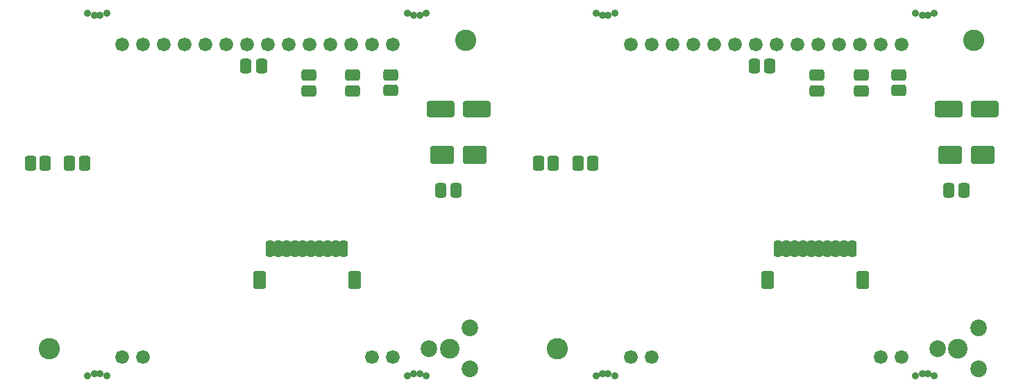
<source format=gts>
G04 #@! TF.GenerationSoftware,KiCad,Pcbnew,7.0.10*
G04 #@! TF.CreationDate,2024-03-22T18:32:09+01:00*
G04 #@! TF.ProjectId,dogs102,646f6773-3130-4322-9e6b-696361645f70,rev?*
G04 #@! TF.SameCoordinates,Original*
G04 #@! TF.FileFunction,Soldermask,Top*
G04 #@! TF.FilePolarity,Negative*
%FSLAX46Y46*%
G04 Gerber Fmt 4.6, Leading zero omitted, Abs format (unit mm)*
G04 Created by KiCad (PCBNEW 7.0.10) date 2024-03-22 18:32:09*
%MOMM*%
%LPD*%
G01*
G04 APERTURE LIST*
G04 Aperture macros list*
%AMRoundRect*
0 Rectangle with rounded corners*
0 $1 Rounding radius*
0 $2 $3 $4 $5 $6 $7 $8 $9 X,Y pos of 4 corners*
0 Add a 4 corners polygon primitive as box body*
4,1,4,$2,$3,$4,$5,$6,$7,$8,$9,$2,$3,0*
0 Add four circle primitives for the rounded corners*
1,1,$1+$1,$2,$3*
1,1,$1+$1,$4,$5*
1,1,$1+$1,$6,$7*
1,1,$1+$1,$8,$9*
0 Add four rect primitives between the rounded corners*
20,1,$1+$1,$2,$3,$4,$5,0*
20,1,$1+$1,$4,$5,$6,$7,0*
20,1,$1+$1,$6,$7,$8,$9,0*
20,1,$1+$1,$8,$9,$2,$3,0*%
G04 Aperture macros list end*
%ADD10C,0.900000*%
%ADD11RoundRect,0.250000X-0.250000X-0.725000X0.250000X-0.725000X0.250000X0.725000X-0.250000X0.725000X0*%
%ADD12RoundRect,0.333333X-0.466667X-0.766667X0.466667X-0.766667X0.466667X0.766667X-0.466667X0.766667X0*%
%ADD13RoundRect,0.347561X-0.364939X-0.552439X0.364939X-0.552439X0.364939X0.552439X-0.364939X0.552439X0*%
%ADD14C,2.600000*%
%ADD15C,2.400000*%
%ADD16C,2.020000*%
%ADD17C,1.680000*%
%ADD18RoundRect,0.305556X-1.144444X-0.794444X1.144444X-0.794444X1.144444X0.794444X-1.144444X0.794444X0*%
%ADD19RoundRect,0.343750X-0.343750X-0.556250X0.343750X-0.556250X0.343750X0.556250X-0.343750X0.556250X0*%
%ADD20RoundRect,0.312500X-1.387500X-0.687500X1.387500X-0.687500X1.387500X0.687500X-1.387500X0.687500X0*%
%ADD21RoundRect,0.343750X0.343750X0.556250X-0.343750X0.556250X-0.343750X-0.556250X0.343750X-0.556250X0*%
%ADD22RoundRect,0.350000X0.575000X-0.350000X0.575000X0.350000X-0.575000X0.350000X-0.575000X-0.350000X0*%
G04 APERTURE END LIST*
D10*
X190660000Y-126750000D03*
X189860000Y-126500000D03*
X189160000Y-126500000D03*
X188360000Y-126750000D03*
D11*
X210610000Y-111200000D03*
X211610000Y-111200000D03*
X212610000Y-111200000D03*
X213610000Y-111200000D03*
X214610000Y-111200000D03*
X215610000Y-111200000D03*
X216610000Y-111200000D03*
X217610000Y-111200000D03*
X218610000Y-111200000D03*
X219610000Y-111200000D03*
D12*
X209310000Y-115075000D03*
X220910000Y-115075000D03*
D13*
X181347500Y-100850000D03*
X183172500Y-100850000D03*
D10*
X229660000Y-126750000D03*
X228860000Y-126500000D03*
X228160000Y-126500000D03*
X227360000Y-126750000D03*
X188360000Y-82500000D03*
X189160000Y-82750000D03*
X189860000Y-82750000D03*
X190660000Y-82500000D03*
X227360000Y-82500000D03*
X228160000Y-82750000D03*
X228860000Y-82750000D03*
X229660000Y-82500000D03*
D14*
X234460000Y-85850000D03*
D15*
X232510000Y-123400000D03*
D16*
X235010000Y-120900000D03*
X230010000Y-123400000D03*
X235010000Y-125900000D03*
D13*
X186147500Y-100850000D03*
X187972500Y-100850000D03*
D14*
X183660000Y-123450000D03*
D17*
X192590000Y-124460000D03*
X195130000Y-124460000D03*
X223070000Y-124460000D03*
X225610000Y-124460000D03*
X225610000Y-86360000D03*
X223070000Y-86360000D03*
X220530000Y-86360000D03*
X217990000Y-86360000D03*
X215450000Y-86360000D03*
X212910000Y-86360000D03*
X210370000Y-86360000D03*
X207830000Y-86360000D03*
X205290000Y-86360000D03*
X202750000Y-86360000D03*
X200210000Y-86360000D03*
X197670000Y-86360000D03*
X195130000Y-86360000D03*
X192590000Y-86360000D03*
D18*
X231568000Y-99822000D03*
X235568000Y-99822000D03*
D19*
X231418000Y-104140000D03*
X233293000Y-104140000D03*
D20*
X231418000Y-94234000D03*
X235818000Y-94234000D03*
D21*
X209547500Y-89000000D03*
X207672500Y-89000000D03*
D22*
X215310000Y-91987500D03*
X215310000Y-90087500D03*
X225310000Y-91950000D03*
X225310000Y-90050000D03*
X220710000Y-91987500D03*
X220710000Y-90087500D03*
X158710000Y-91987500D03*
X158710000Y-90087500D03*
X163310000Y-91950000D03*
X163310000Y-90050000D03*
X153310000Y-91987500D03*
X153310000Y-90087500D03*
D21*
X147547500Y-89000000D03*
X145672500Y-89000000D03*
D20*
X169418000Y-94234000D03*
X173818000Y-94234000D03*
D19*
X169418000Y-104140000D03*
X171293000Y-104140000D03*
D18*
X169568000Y-99822000D03*
X173568000Y-99822000D03*
D17*
X130590000Y-124460000D03*
X133130000Y-124460000D03*
X161070000Y-124460000D03*
X163610000Y-124460000D03*
X163610000Y-86360000D03*
X161070000Y-86360000D03*
X158530000Y-86360000D03*
X155990000Y-86360000D03*
X153450000Y-86360000D03*
X150910000Y-86360000D03*
X148370000Y-86360000D03*
X145830000Y-86360000D03*
X143290000Y-86360000D03*
X140750000Y-86360000D03*
X138210000Y-86360000D03*
X135670000Y-86360000D03*
X133130000Y-86360000D03*
X130590000Y-86360000D03*
D15*
X170510000Y-123400000D03*
D16*
X173010000Y-120900000D03*
X168010000Y-123400000D03*
X173010000Y-125900000D03*
D14*
X172460000Y-85850000D03*
X121660000Y-123450000D03*
D13*
X124147500Y-100850000D03*
X125972500Y-100850000D03*
D10*
X165360000Y-82500000D03*
X166160000Y-82750000D03*
X166860000Y-82750000D03*
X167660000Y-82500000D03*
X126360000Y-82500000D03*
X127160000Y-82750000D03*
X127860000Y-82750000D03*
X128660000Y-82500000D03*
X167660000Y-126750000D03*
X166860000Y-126500000D03*
X166160000Y-126500000D03*
X165360000Y-126750000D03*
D13*
X119347500Y-100850000D03*
X121172500Y-100850000D03*
D11*
X148610000Y-111200000D03*
X149610000Y-111200000D03*
X150610000Y-111200000D03*
X151610000Y-111200000D03*
X152610000Y-111200000D03*
X153610000Y-111200000D03*
X154610000Y-111200000D03*
X155610000Y-111200000D03*
X156610000Y-111200000D03*
X157610000Y-111200000D03*
D12*
X147310000Y-115075000D03*
X158910000Y-115075000D03*
D10*
X128660000Y-126750000D03*
X127860000Y-126500000D03*
X127160000Y-126500000D03*
X126360000Y-126750000D03*
M02*

</source>
